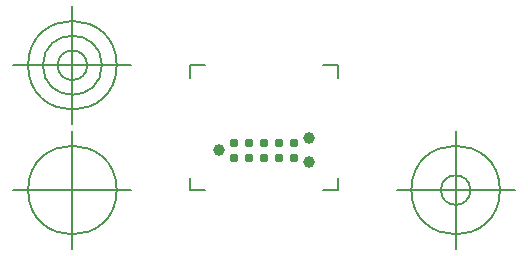
<source format=gbr>
G04 Generated by Ultiboard 11.0 *
%FSLAX25Y25*%
%MOIN*%

%ADD10C,0.00500*%
%ADD11C,0.03100*%
%ADD12C,0.03900*%


G04 ColorRGB 00FF00 for the following layer *
%LNCopper Top*%
%LPD*%
%FSLAX25Y25*%
%MOIN*%
G54D10*
X10498Y10748D02*
X10498Y14908D01*
X10498Y10748D02*
X15398Y10748D01*
X59503Y10748D02*
X54602Y10748D01*
X59503Y10748D02*
X59503Y14908D01*
X59503Y52353D02*
X59503Y48192D01*
X59503Y52353D02*
X54602Y52353D01*
X10498Y52353D02*
X15398Y52353D01*
X10498Y52353D02*
X10498Y48192D01*
X-9188Y10748D02*
X-48558Y10748D01*
X-28873Y-8938D02*
X-28873Y30433D01*
X-43636Y10748D02*
G75*
D01*
G02X-43636Y10748I14764J0*
G01*
X79188Y10748D02*
X118558Y10748D01*
X98873Y-8938D02*
X98873Y30433D01*
X84109Y10748D02*
G75*
D01*
G02X84109Y10748I14764J0*
G01*
X93951Y10748D02*
G75*
D01*
G02X93951Y10748I4921J0*
G01*
X-9188Y52353D02*
X-48558Y52353D01*
X-28873Y32668D02*
X-28873Y72038D01*
X-43636Y52353D02*
G75*
D01*
G02X-43636Y52353I14764J0*
G01*
X-38715Y52353D02*
G75*
D01*
G02X-38715Y52353I9843J0*
G01*
X-33794Y52353D02*
G75*
D01*
G02X-33794Y52353I4921J0*
G01*
G54D11*
X30000Y21500D03*
X30000Y26500D03*
X25000Y21500D03*
X25000Y26500D03*
X45000Y21500D03*
X45000Y26500D03*
X40000Y21500D03*
X40000Y26500D03*
X35000Y26500D03*
X35000Y21500D03*
G54D12*
X20000Y24000D03*
X50000Y20000D03*
X50000Y28000D03*

M00*

</source>
